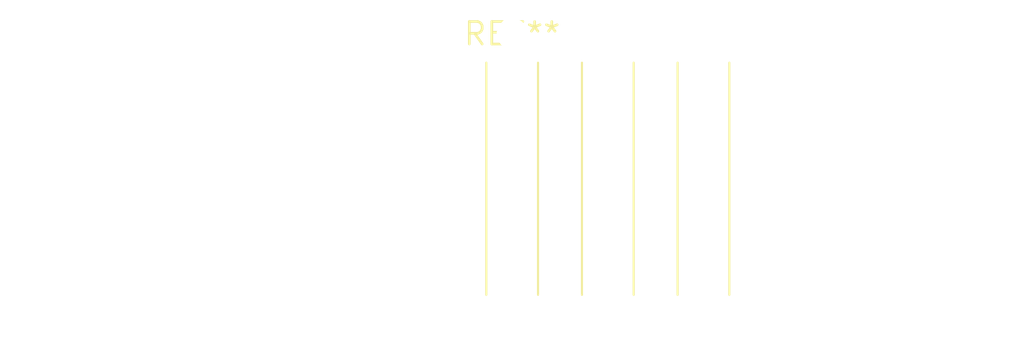
<source format=kicad_pcb>
(kicad_pcb (version 20240108) (generator pcbnew)
  (layers (0 "F.Cu" signal) (31 "B.Cu" signal) (34 "B.Paste" user) (35 "F.Paste" user) (36 "B.SilkS" user "B.Silkscreen") (37 "F.SilkS" user "F.Silkscreen") (38 "B.Mask" user) (39 "F.Mask" user) (44 "Edge.Cuts" user))
  (net 0 "")
  (footprint "SolderWire-1sqmm_1x03_P5.4mm_D1.4mm_OD2.7mm_Relief" (layer "F.Cu") (at 0 0)
    (property "Reference" "REF**")
    (property "Value" "SolderWire-1sqmm_1x03_P5.4mm_D1.4mm_OD2.7mm_Relief")
    (fp_line (start -1.46 1.635) (end -1.46 14.74) (layer "F.SilkS") (stroke (width 0.12)))
    (fp_line (start 1.46 1.635) (end 1.46 14.74) (layer "F.SilkS") (stroke (width 0.12)))
    (fp_line (start 3.94 1.635) (end 3.94 14.74) (layer "F.SilkS") (stroke (width 0.12)))
    (fp_line (start 6.86 1.635) (end 6.86 14.74) (layer "F.SilkS") (stroke (width 0.12)))
    (fp_line (start 9.34 1.635) (end 9.34 14.74) (layer "F.SilkS") (stroke (width 0.12)))
    (fp_line (start 12.26 1.635) (end 12.26 14.74) (layer "F.SilkS") (stroke (width 0.12)))
    (pad "" np_thru_hole circle (at 0 16.2) (size 3.2 3.2) (drill 3.2) (layers *.Cu *.Mask))
    (pad "" np_thru_hole circle (at 5.4 16.2) (size 3.2 3.2) (drill 3.2) (layers *.Cu *.Mask))
    (pad "" np_thru_hole circle (at 10.8 16.2) (size 3.2 3.2) (drill 3.2) (layers *.Cu *.Mask))
    (pad "1" thru_hole roundrect (at 0 0) (size 2.75 2.75) (drill 1.75) (layers *.Cu *.Mask) (remove_unused_layers) (roundrect_rratio 0.090909))
    (pad "2" thru_hole circle (at 5.4 0) (size 2.75 2.75) (drill 1.75) (layers *.Cu *.Mask) (remove_unused_layers))
    (pad "3" thru_hole circle (at 10.8 0) (size 2.75 2.75) (drill 1.75) (layers *.Cu *.Mask) (remove_unused_layers))
  )
)
</source>
